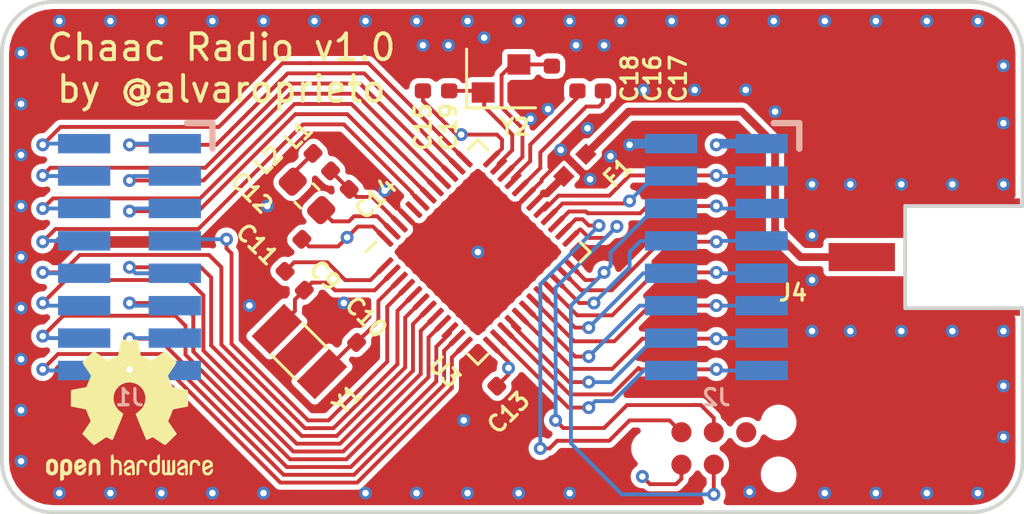
<source format=kicad_pcb>
(kicad_pcb (version 20171130) (host pcbnew 5.1.2-f72e74a~84~ubuntu18.04.1)
  (title_block (title "Chaac Radio") (date 2019-06-02) (rev 1.0) (company @alvaroprieto))
  (layers (0 F.Cu signal) (1 GND.Cu power) (2 Power.Cu mixed) (31 B.Cu signal) (34 B.Paste user) (35 F.Paste user) (36 B.SilkS user) (37 F.SilkS user) (38 B.Mask user) (39 F.Mask user) (44 Edge.Cuts user))
  (net 0 "")
  (net 1 GND)
  (net 2 +3V3)
  (net 3 /nRST)
  (net 4 /SWDIO)
  (net 5 /SWCLK)
  (net 6 "Net-(C9-Pad1)")
  (net 7 "Net-(C18-Pad2)")
  (net 8 "Net-(F1-Pad1)")
  (net 9 "Net-(L1-Pad2)")
  (net 10 "Net-(L2-Pad2)")
  (net 11 "Net-(C10-Pad1)")
  (net 12 "Net-(C11-Pad1)")
  (net 13 "Net-(C14-Pad1)")
  (net 14 "Net-(C16-Pad2)")
  (net 15 "Net-(C17-Pad2)")
  (net 16 "Net-(C19-Pad1)")
  (net 17 "Net-(F1-Pad3)")
  (net 18 "Net-(J3-Pad6)")
  (net 19 "Net-(U3-Pad44)")
  (net 20 /P0.02-AIN0)
  (net 21 /P0.03-AIN1)
  (net 22 /P0.04-AIN2)
  (net 23 /P0.05-AIN3)
  (net 24 /P0.06)
  (net 25 /P0.07)
  (net 26 /P0.08)
  (net 27 /P0.09)
  (net 28 /P0.10)
  (net 29 /P0.11)
  (net 30 /P0.12)
  (net 31 /P0.13)
  (net 32 /P0.14)
  (net 33 /P0.15)
  (net 34 /P0.16)
  (net 35 /P0.17)
  (net 36 /P0.18)
  (net 37 /P0.19)
  (net 38 /P0.20)
  (net 39 /P0.22)
  (net 40 /P0.23)
  (net 41 /P0.24)
  (net 42 /P0.25)
  (net 43 /P0.26)
  (net 44 /P0.27)
  (net 45 /P0.28-AIN4)
  (net 46 /P0.29-AIN5)
  (net 47 /P0.30-AIN6)
  (net 48 /P0.31-AIN7)
  (module Symbol:OSHW-Logo2_7.3x6mm_SilkScreen (layer F.Cu) (at 135 106)
    (fp_text reference REF** hide)
    (fp_text value OSHW-Logo2_7.3x6mm_SilkScreen hide)
  )
  (module alvarop:20021321-00016C4LF (layer B.Cu) (at 135 100 270)
    (fp_text reference J1 (at 5.5 0) (layer B.SilkS) (effects (font (size 0.635 0.635) (thickness 0.127)) (justify mirror)))
    (fp_text value 20021321-00016C4LF hide)
    (pad 16 smd rect (at 4.445 1.776 270) (size 0.76 2.05) (layers B.Cu B.Paste B.Mask) (net 27 /P0.09))
    (pad 15 smd rect (at 4.445 -1.776 270) (size 0.76 2.05) (layers B.Cu B.Paste B.Mask) (net 28 /P0.10))
    (pad 14 smd rect (at 3.175 1.776 270) (size 0.76 2.05) (layers B.Cu B.Paste B.Mask) (net 25 /P0.07))
    (pad 13 smd rect (at 3.175 -1.776 270) (size 0.76 2.05) (layers B.Cu B.Paste B.Mask) (net 26 /P0.08))
    (pad 12 smd rect (at 1.905 1.776 270) (size 0.76 2.05) (layers B.Cu B.Paste B.Mask) (net 23 /P0.05-AIN3))
    (pad 11 smd rect (at 1.905 -1.776 270) (size 0.76 2.05) (layers B.Cu B.Paste B.Mask) (net 24 /P0.06))
    (pad 10 smd rect (at 0.635 1.776 270) (size 0.76 2.05) (layers B.Cu B.Paste B.Mask) (net 21 /P0.03-AIN1))
    (pad 9 smd rect (at 0.635 -1.776 270) (size 0.76 2.05) (layers B.Cu B.Paste B.Mask) (net 22 /P0.04-AIN2))
    (pad 8 smd rect (at -0.635 1.776 270) (size 0.76 2.05) (layers B.Cu B.Paste B.Mask) (net 48 /P0.31-AIN7))
    (pad 7 smd rect (at -0.635 -1.776 270) (size 0.76 2.05) (layers B.Cu B.Paste B.Mask) (net 20 /P0.02-AIN0))
    (pad 6 smd rect (at -1.905 1.776 270) (size 0.76 2.05) (layers B.Cu B.Paste B.Mask) (net 46 /P0.29-AIN5))
    (pad 5 smd rect (at -1.905 -1.776 270) (size 0.76 2.05) (layers B.Cu B.Paste B.Mask) (net 47 /P0.30-AIN6))
    (pad 4 smd rect (at -3.175 1.776 270) (size 0.76 2.05) (layers B.Cu B.Paste B.Mask) (net 44 /P0.27))
    (pad 3 smd rect (at -3.175 -1.776 270) (size 0.76 2.05) (layers B.Cu B.Paste B.Mask) (net 45 /P0.28-AIN4))
    (pad 2 smd rect (at -4.445 1.776 270) (size 0.76 2.05) (layers B.Cu B.Paste B.Mask) (net 42 /P0.25))
    (pad 1 smd rect (at -4.445 -1.776 270) (size 0.76 2.05) (layers B.Cu B.Paste B.Mask) (net 43 /P0.26))
  )
  (module Capacitor_SMD:C_0402_1005Metric (layer F.Cu) (at 147.528579 93.000675 90)
    (fp_text reference C19 (at -1.899325 -0.028579 90) (layer F.SilkS) (effects (font (size 0.635 0.635) (thickness 0.127))))
    (fp_text value 12pF)
    (pad 2 smd roundrect (at 0.485 0 90) (size 0.59 0.64) (layers F.Cu F.Paste F.Mask) (net 1 GND))
    (pad 1 smd roundrect (at -0.485 0 90) (size 0.59 0.64) (layers F.Cu F.Paste F.Mask) (net 16 "Net-(C19-Pad1)"))
  )
  (module Crystal:Crystal_SMD_2016-4Pin_2.0x1.6mm (layer F.Cu) (at 149.560579 93.000675)
    (fp_text reference Y2 (at 0.539421 1.899325) (layer F.SilkS) (effects (font (size 0.635 0.635) (thickness 0.127))))
    (fp_text value 32MHz)
    (pad 1 smd rect (at -0.7 0.55) (size 0.9 0.8) (layers F.Cu F.Paste F.Mask) (net 16 "Net-(C19-Pad1)"))
    (pad 2 smd rect (at 0.7 0.55) (size 0.9 0.8) (layers F.Cu F.Paste F.Mask) (net 1 GND))
    (pad 3 smd rect (at 0.7 -0.55) (size 0.9 0.8) (layers F.Cu F.Paste F.Mask) (net 7 "Net-(C18-Pad2)"))
    (pad 4 smd rect (at -0.7 -0.55) (size 0.9 0.8) (layers F.Cu F.Paste F.Mask) (net 1 GND))
  )
  (module Capacitor_SMD:C_0402_1005Metric (layer F.Cu) (at 151.55377 93.000675 90)
    (fp_text reference C18 (at 0.000675 3.04623 90) (layer F.SilkS) (effects (font (size 0.635 0.635) (thickness 0.127))))
    (fp_text value 12pF)
    (pad 1 smd roundrect (at -0.485 0 90) (size 0.59 0.64) (layers F.Cu F.Paste F.Mask) (net 1 GND))
    (pad 2 smd roundrect (at 0.485 0 90) (size 0.59 0.64) (layers F.Cu F.Paste F.Mask) (net 7 "Net-(C18-Pad2)"))
  )
  (module Capacitor_SMD:C_0402_1005Metric (layer F.Cu) (at 149.05377 105.403397 225)
    (fp_text reference C13 (at -0.070711 -1.06066 45) (layer F.SilkS) (effects (font (size 0.635 0.635) (thickness 0.127))))
    (fp_text value 0.1uF)
    (pad 2 smd roundrect (at 0.485 0 225) (size 0.59 0.64) (layers F.Cu F.Paste F.Mask) (net 1 GND))
    (pad 1 smd roundrect (at -0.485 0 225) (size 0.59 0.64) (layers F.Cu F.Paste F.Mask) (net 2 +3V3))
  )
  (module alvarop:MOLEX-0734150963 (layer F.Cu) (at 162.4 100 180)
    (fp_text reference J4 (at 1.4 -1.4 180) (layer F.SilkS) (effects (font (size 0.635 0.635) (thickness 0.127))))
    (fp_text value RP_SMA)
    (pad 1 smd rect (at -1.3 0 180) (size 2.6 1.1) (layers F.Cu F.Paste F.Mask) (net 17 "Net-(F1-Pad3)"))
    (pad 2 smd rect (at -1.5 -1.525 180) (size 3 1.55) (layers F.Cu F.Paste F.Mask) (net 1 GND))
    (pad 2 smd rect (at -1.5 1.525 180) (size 3 1.55) (layers F.Cu F.Paste F.Mask) (net 1 GND))
    (pad 2 smd rect (at -3.75 -2.1625 180) (size 7.5 0.275) (layers F.Cu F.Paste F.Mask) (net 1 GND))
    (pad 2 smd rect (at -3.75 2.1625 180) (size 7.5 0.275) (layers F.Cu F.Paste F.Mask) (net 1 GND))
  )
  (module alvarop:2450FM07A0029T (layer F.Cu) (at 152.45377 96.403397 45)
    (fp_text reference F1 (at 1 1.4 45) (layer F.SilkS) (effects (font (size 0.635 0.635) (thickness 0.127))))
    (fp_text value 2450FM07A0029T)
    (pad 3 smd rect (at 0.6125 0 45) (size 0.6 0.6) (layers F.Cu F.Paste F.Mask) (net 17 "Net-(F1-Pad3)"))
    (pad 1 smd rect (at -0.6125 0 45) (size 0.6 0.6) (layers F.Cu F.Paste F.Mask) (net 8 "Net-(F1-Pad1)"))
    (pad 2 smd rect (at 0 0.3625 45) (size 0.3 0.725) (layers F.Cu F.Paste F.Mask) (net 1 GND))
    (pad 4 smd rect (at 0 -0.3625 45) (size 0.3 0.725) (layers F.Cu F.Paste F.Mask) (net 1 GND))
  )
  (module Capacitor_SMD:C_0402_1005Metric (layer F.Cu) (at 142.193059 101.640532 315)
    (fp_text reference C9 (at -0.32 -0.966 135) (layer F.SilkS) (effects (font (size 0.635 0.635) (thickness 0.127))))
    (fp_text value 12pF)
    (pad 2 smd roundrect (at 0.485 0 315) (size 0.59 0.64) (layers F.Cu F.Paste F.Mask) (net 1 GND))
    (pad 1 smd roundrect (at -0.485 0 315) (size 0.59 0.64) (layers F.Cu F.Paste F.Mask) (net 6 "Net-(C9-Pad1)"))
  )
  (module Capacitor_SMD:C_0402_1005Metric (layer F.Cu) (at 143.55636 103.003833 135)
    (fp_text reference C10 (at -0.052 0.966 135) (layer F.SilkS) (effects (font (size 0.635 0.635) (thickness 0.127))))
    (fp_text value 12pF)
    (pad 2 smd roundrect (at 0.485 0 135) (size 0.59 0.64) (layers F.Cu F.Paste F.Mask) (net 1 GND))
    (pad 1 smd roundrect (at -0.485 0 135) (size 0.59 0.64) (layers F.Cu F.Paste F.Mask) (net 11 "Net-(C10-Pad1)"))
  )
  (module Capacitor_SMD:C_0402_1005Metric (layer F.Cu) (at 143.953769 97.003397 45)
    (fp_text reference C14 (at 0 0.989949 225) (layer F.SilkS) (effects (font (size 0.635 0.635) (thickness 0.127))))
    (fp_text value 1uF)
    (pad 1 smd roundrect (at -0.485 0 45) (size 0.59 0.64) (layers F.Cu F.Paste F.Mask) (net 13 "Net-(C14-Pad1)"))
    (pad 2 smd roundrect (at 0.485 0 45) (size 0.59 0.64) (layers F.Cu F.Paste F.Mask) (net 1 GND))
  )
  (module Capacitor_SMD:C_0402_1005Metric (layer F.Cu) (at 152.553769 93.003397 270)
    (fp_text reference C16 (at -0.003397 -2.946231 90) (layer F.SilkS) (effects (font (size 0.635 0.635) (thickness 0.127))))
    (fp_text value 100pF)
    (pad 2 smd roundrect (at 0.485 0 270) (size 0.59 0.64) (layers F.Cu F.Paste F.Mask) (net 14 "Net-(C16-Pad2)"))
    (pad 1 smd roundrect (at -0.485 0 270) (size 0.59 0.64) (layers F.Cu F.Paste F.Mask) (net 1 GND))
  )
  (module Capacitor_SMD:C_0402_1005Metric (layer F.Cu) (at 146.5 93 90)
    (fp_text reference C15 (at -1.9 0 90) (layer F.SilkS) (effects (font (size 0.635 0.635) (thickness 0.127))))
    (fp_text value 0.1uF)
    (pad 2 smd roundrect (at 0.485 0 90) (size 0.59 0.64) (layers F.Cu F.Paste F.Mask) (net 1 GND))
    (pad 1 smd roundrect (at -0.485 0 90) (size 0.59 0.64) (layers F.Cu F.Paste F.Mask) (net 2 +3V3))
  )
  (module Capacitor_SMD:C_0402_1005Metric (layer F.Cu) (at 140.75377 100.903397 225)
    (fp_text reference C11 (at -0.459356 1.525347 135) (layer F.SilkS) (effects (font (size 0.635 0.635) (thickness 0.127))))
    (fp_text value 0.1uF)
    (pad 2 smd roundrect (at 0.485 0 225) (size 0.59 0.64) (layers F.Cu F.Paste F.Mask) (net 1 GND))
    (pad 1 smd roundrect (at -0.485 0 225) (size 0.59 0.64) (layers F.Cu F.Paste F.Mask) (net 12 "Net-(C11-Pad1)"))
  )
  (module Inductor_SMD:L_0402_1005Metric (layer F.Cu) (at 142.537048 96.279097 135)
    (fp_text reference L1 (at 1.4 0.1 45) (layer F.SilkS) (effects (font (size 0.635 0.635) (thickness 0.127))))
    (fp_text value 15nH)
    (pad 1 smd roundrect (at -0.485 0 135) (size 0.59 0.64) (layers F.Cu F.Paste F.Mask) (net 13 "Net-(C14-Pad1)"))
    (pad 2 smd roundrect (at 0.485 0 135) (size 0.59 0.64) (layers F.Cu F.Paste F.Mask) (net 9 "Net-(L1-Pad2)"))
  )
  (module Inductor_SMD:L_0603_1608Metric (layer F.Cu) (at 141.95377 97.603397 315)
    (fp_text reference L2 (at -2.05061 0.070711 45) (layer F.SilkS) (effects (font (size 0.635 0.635) (thickness 0.127))))
    (fp_text value 10uH)
    (pad 1 smd roundrect (at -0.7875 0 315) (size 0.875 0.95) (layers F.Cu F.Paste F.Mask) (net 9 "Net-(L1-Pad2)"))
    (pad 2 smd roundrect (at 0.7875 0 315) (size 0.875 0.95) (layers F.Cu F.Paste F.Mask) (net 10 "Net-(L2-Pad2)"))
  )
  (module Crystal:Crystal_SMD_3215-2Pin_3.2x1.5mm (layer F.Cu) (at 141.659901 103.701041 135)
    (fp_text reference Y1 (at -2.667 0 225) (layer F.SilkS) (effects (font (size 0.635 0.635) (thickness 0.127))))
    (fp_text value 32.768kHz)
    (pad 1 smd rect (at 1.25 0 135) (size 1 1.8) (layers F.Cu F.Paste F.Mask) (net 6 "Net-(C9-Pad1)"))
    (pad 2 smd rect (at -1.25 0 135) (size 1 1.8) (layers F.Cu F.Paste F.Mask) (net 11 "Net-(C10-Pad1)"))
  )
  (module Capacitor_SMD:C_0402_1005Metric (layer F.Cu) (at 153.55377 93.003397 270)
    (fp_text reference C17 (at -0.003397 -2.94623 90) (layer F.SilkS) (effects (font (size 0.635 0.635) (thickness 0.127))))
    (fp_text value DNP)
    (pad 1 smd roundrect (at -0.485 0 270) (size 0.59 0.64) (layers F.Cu F.Paste F.Mask) (net 1 GND))
    (pad 2 smd roundrect (at 0.485 0 270) (size 0.59 0.64) (layers F.Cu F.Paste F.Mask) (net 15 "Net-(C17-Pad2)"))
  )
  (module Package_DFN_QFN:QFN-48-1EP_6x6mm_P0.4mm_EP4.6x4.6mm (layer F.Cu) (at 148.653769 99.803397 45)
    (fp_text reference U3 (at -4.242641 2.404163 135) (layer F.SilkS) (effects (font (size 0.635 0.635) (thickness 0.127))))
    (fp_text value NRF52811-QFAA)
    (pad 49 smd roundrect (at 0 0 45) (size 4.6 4.6) (layers F.Cu F.Mask) (roundrect_rratio 0.054348) (net 1 GND))
    (pad 1 smd roundrect (at -2.95 -2.2 45) (size 0.8 0.2) (layers F.Cu F.Paste F.Mask) (net 12 "Net-(C11-Pad1)"))
    (pad 2 smd roundrect (at -2.95 -1.8 45) (size 0.8 0.2) (layers F.Cu F.Paste F.Mask) (net 6 "Net-(C9-Pad1)"))
    (pad 3 smd roundrect (at -2.95 -1.4 45) (size 0.8 0.2) (layers F.Cu F.Paste F.Mask) (net 11 "Net-(C10-Pad1)"))
    (pad 4 smd roundrect (at -2.95 -1 45) (size 0.8 0.2) (layers F.Cu F.Paste F.Mask) (net 20 /P0.02-AIN0))
    (pad 5 smd roundrect (at -2.95 -0.6 45) (size 0.8 0.2) (layers F.Cu F.Paste F.Mask) (net 21 /P0.03-AIN1))
    (pad 6 smd roundrect (at -2.95 -0.2 45) (size 0.8 0.2) (layers F.Cu F.Paste F.Mask) (net 22 /P0.04-AIN2))
    (pad 7 smd roundrect (at -2.95 0.2 45) (size 0.8 0.2) (layers F.Cu F.Paste F.Mask) (net 23 /P0.05-AIN3))
    (pad 8 smd roundrect (at -2.95 0.6 45) (size 0.8 0.2) (layers F.Cu F.Paste F.Mask) (net 24 /P0.06))
    (pad 9 smd roundrect (at -2.95 1 45) (size 0.8 0.2) (layers F.Cu F.Paste F.Mask) (net 25 /P0.07))
    (pad 10 smd roundrect (at -2.95 1.4 45) (size 0.8 0.2) (layers F.Cu F.Paste F.Mask) (net 26 /P0.08))
    (pad 11 smd roundrect (at -2.95 1.8 45) (size 0.8 0.2) (layers F.Cu F.Paste F.Mask) (net 27 /P0.09))
    (pad 12 smd roundrect (at -2.95 2.2 45) (size 0.8 0.2) (layers F.Cu F.Paste F.Mask) (net 28 /P0.10))
    (pad 13 smd roundrect (at -2.2 2.95 45) (size 0.2 0.8) (layers F.Cu F.Paste F.Mask) (net 2 +3V3))
    (pad 14 smd roundrect (at -1.8 2.95 45) (size 0.2 0.8) (layers F.Cu F.Paste F.Mask) (net 29 /P0.11))
    (pad 15 smd roundrect (at -1.4 2.95 45) (size 0.2 0.8) (layers F.Cu F.Paste F.Mask) (net 30 /P0.12))
    (pad 16 smd roundrect (at -1 2.95 45) (size 0.2 0.8) (layers F.Cu F.Paste F.Mask) (net 31 /P0.13))
    (pad 17 smd roundrect (at -0.6 2.95 45) (size 0.2 0.8) (layers F.Cu F.Paste F.Mask) (net 32 /P0.14))
    (pad 18 smd roundrect (at -0.2 2.95 45) (size 0.2 0.8) (layers F.Cu F.Paste F.Mask) (net 33 /P0.15))
    (pad 19 smd roundrect (at 0.2 2.95 45) (size 0.2 0.8) (layers F.Cu F.Paste F.Mask) (net 34 /P0.16))
    (pad 20 smd roundrect (at 0.6 2.95 45) (size 0.2 0.8) (layers F.Cu F.Paste F.Mask) (net 35 /P0.17))
    (pad 21 smd roundrect (at 1 2.95 45) (size 0.2 0.8) (layers F.Cu F.Paste F.Mask) (net 36 /P0.18))
    (pad 22 smd roundrect (at 1.4 2.95 45) (size 0.2 0.8) (layers F.Cu F.Paste F.Mask) (net 37 /P0.19))
    (pad 23 smd roundrect (at 1.8 2.95 45) (size 0.2 0.8) (layers F.Cu F.Paste F.Mask) (net 38 /P0.20))
    (pad 24 smd roundrect (at 2.2 2.95 45) (size 0.2 0.8) (layers F.Cu F.Paste F.Mask) (net 3 /nRST))
    (pad 25 smd roundrect (at 2.95 2.2 45) (size 0.8 0.2) (layers F.Cu F.Paste F.Mask) (net 5 /SWCLK))
    (pad 26 smd roundrect (at 2.95 1.8 45) (size 0.8 0.2) (layers F.Cu F.Paste F.Mask) (net 4 /SWDIO))
    (pad 27 smd roundrect (at 2.95 1.4 45) (size 0.8 0.2) (layers F.Cu F.Paste F.Mask) (net 39 /P0.22))
    (pad 28 smd roundrect (at 2.95 1 45) (size 0.8 0.2) (layers F.Cu F.Paste F.Mask) (net 40 /P0.23))
    (pad 29 smd roundrect (at 2.95 0.6 45) (size 0.8 0.2) (layers F.Cu F.Paste F.Mask) (net 41 /P0.24))
    (pad 30 smd roundrect (at 2.95 0.2 45) (size 0.8 0.2) (layers F.Cu F.Paste F.Mask) (net 8 "Net-(F1-Pad1)"))
    (pad 31 smd roundrect (at 2.95 -0.2 45) (size 0.8 0.2) (layers F.Cu F.Paste F.Mask) (net 1 GND))
    (pad 32 smd roundrect (at 2.95 -0.6 45) (size 0.8 0.2) (layers F.Cu F.Paste F.Mask) (net 15 "Net-(C17-Pad2)"))
    (pad 33 smd roundrect (at 2.95 -1 45) (size 0.8 0.2) (layers F.Cu F.Paste F.Mask) (net 14 "Net-(C16-Pad2)"))
    (pad 34 smd roundrect (at 2.95 -1.4 45) (size 0.8 0.2) (layers F.Cu F.Paste F.Mask) (net 7 "Net-(C18-Pad2)"))
    (pad 35 smd roundrect (at 2.95 -1.8 45) (size 0.8 0.2) (layers F.Cu F.Paste F.Mask) (net 16 "Net-(C19-Pad1)"))
    (pad 36 smd roundrect (at 2.95 -2.2 45) (size 0.8 0.2) (layers F.Cu F.Paste F.Mask) (net 2 +3V3))
    (pad 37 smd roundrect (at 2.2 -2.95 45) (size 0.2 0.8) (layers F.Cu F.Paste F.Mask) (net 42 /P0.25))
    (pad 38 smd roundrect (at 1.8 -2.95 45) (size 0.2 0.8) (layers F.Cu F.Paste F.Mask) (net 43 /P0.26))
    (pad 39 smd roundrect (at 1.4 -2.95 45) (size 0.2 0.8) (layers F.Cu F.Paste F.Mask) (net 44 /P0.27))
    (pad 40 smd roundrect (at 1 -2.95 45) (size 0.2 0.8) (layers F.Cu F.Paste F.Mask) (net 45 /P0.28-AIN4))
    (pad 41 smd roundrect (at 0.6 -2.95 45) (size 0.2 0.8) (layers F.Cu F.Paste F.Mask) (net 46 /P0.29-AIN5))
    (pad 42 smd roundrect (at 0.2 -2.95 45) (size 0.2 0.8) (layers F.Cu F.Paste F.Mask) (net 47 /P0.30-AIN6))
    (pad 43 smd roundrect (at -0.2 -2.95 45) (size 0.2 0.8) (layers F.Cu F.Paste F.Mask) (net 48 /P0.31-AIN7))
    (pad 44 smd roundrect (at -0.6 -2.95 45) (size 0.2 0.8) (layers F.Cu F.Paste F.Mask) (net 19 "Net-(U3-Pad44)"))
    (pad 45 smd roundrect (at -1 -2.95 45) (size 0.2 0.8) (layers F.Cu F.Paste F.Mask) (net 1 GND))
    (pad 46 smd roundrect (at -1.4 -2.95 45) (size 0.2 0.8) (layers F.Cu F.Paste F.Mask) (net 13 "Net-(C14-Pad1)"))
    (pad 47 smd roundrect (at -1.8 -2.95 45) (size 0.2 0.8) (layers F.Cu F.Paste F.Mask) (net 10 "Net-(L2-Pad2)"))
    (pad 48 smd roundrect (at -2.2 -2.95 45) (size 0.2 0.8) (layers F.Cu F.Paste F.Mask) (net 2 +3V3))
  )
  (module alvarop:TC2030-NL (layer F.Cu) (at 157.9 107.5)
    (fp_text reference J3 hide)
    (fp_text value TC2030-CTX hide)
    (pad 1 smd circle (at -1.27 0.635) (size 0.7874 0.7874) (layers F.Cu F.Mask) (net 2 +3V3))
    (pad 2 smd circle (at -1.27 -0.635) (size 0.7874 0.7874) (layers F.Cu F.Mask) (net 4 /SWDIO))
    (pad 3 smd circle (at 0 0.635) (size 0.7874 0.7874) (layers F.Cu F.Mask) (net 3 /nRST))
    (pad 4 smd circle (at 0 -0.635) (size 0.7874 0.7874) (layers F.Cu F.Mask) (net 5 /SWCLK))
    (pad 5 smd circle (at 1.27 0.635) (size 0.7874 0.7874) (layers F.Cu F.Mask) (net 1 GND))
    (pad 6 smd circle (at 1.27 -0.635) (size 0.7874 0.7874) (layers F.Cu F.Mask) (net 18 "Net-(J3-Pad6)"))
    (pad "" np_thru_hole circle (at 2.54 1.016) (size 0.9906 0.9906) (drill 0.9906) (layers *.Cu *.Mask))
    (pad "" np_thru_hole circle (at 2.54 -1.016) (size 0.9906 0.9906) (drill 0.9906) (layers *.Cu *.Mask))
    (pad "" np_thru_hole circle (at -2.54 0) (size 0.9906 0.9906) (drill 0.9906) (layers *.Cu *.Mask))
  )
  (module alvarop:20021321-00016C4LF (layer B.Cu) (at 158 100 270)
    (fp_text reference J2 (at 5.5 0) (layer B.SilkS) (effects (font (size 0.635 0.635) (thickness 0.127)) (justify mirror)))
    (fp_text value 20021321-00016C4LF hide)
    (pad 1 smd rect (at -4.445 -1.776 270) (size 0.76 2.05) (layers B.Cu B.Paste B.Mask) (net 2 +3V3))
    (pad 2 smd rect (at -4.445 1.776 270) (size 0.76 2.05) (layers B.Cu B.Paste B.Mask) (net 1 GND))
    (pad 3 smd rect (at -3.175 -1.776 270) (size 0.76 2.05) (layers B.Cu B.Paste B.Mask) (net 41 /P0.24))
    (pad 4 smd rect (at -3.175 1.776 270) (size 0.76 2.05) (layers B.Cu B.Paste B.Mask) (net 40 /P0.23))
    (pad 5 smd rect (at -1.905 -1.776 270) (size 0.76 2.05) (layers B.Cu B.Paste B.Mask) (net 39 /P0.22))
    (pad 6 smd rect (at -1.905 1.776 270) (size 0.76 2.05) (layers B.Cu B.Paste B.Mask) (net 3 /nRST))
    (pad 7 smd rect (at -0.635 -1.776 270) (size 0.76 2.05) (layers B.Cu B.Paste B.Mask) (net 38 /P0.20))
    (pad 8 smd rect (at -0.635 1.776 270) (size 0.76 2.05) (layers B.Cu B.Paste B.Mask) (net 37 /P0.19))
    (pad 9 smd rect (at 0.635 -1.776 270) (size 0.76 2.05) (layers B.Cu B.Paste B.Mask) (net 36 /P0.18))
    (pad 10 smd rect (at 0.635 1.776 270) (size 0.76 2.05) (layers B.Cu B.Paste B.Mask) (net 35 /P0.17))
    (pad 11 smd rect (at 1.905 -1.776 270) (size 0.76 2.05) (layers B.Cu B.Paste B.Mask) (net 34 /P0.16))
    (pad 12 smd rect (at 1.905 1.776 270) (size 0.76 2.05) (layers B.Cu B.Paste B.Mask) (net 33 /P0.15))
    (pad 13 smd rect (at 3.175 -1.776 270) (size 0.76 2.05) (layers B.Cu B.Paste B.Mask) (net 32 /P0.14))
    (pad 14 smd rect (at 3.175 1.776 270) (size 0.76 2.05) (layers B.Cu B.Paste B.Mask) (net 31 /P0.13))
    (pad 15 smd rect (at 4.445 -1.776 270) (size 0.76 2.05) (layers B.Cu B.Paste B.Mask) (net 30 /P0.12))
    (pad 16 smd rect (at 4.445 1.776 270) (size 0.76 2.05) (layers B.Cu B.Paste B.Mask) (net 29 /P0.11))
  )
  (module Capacitor_SMD:C_0402_1005Metric (layer F.Cu) (at 141.410823 98.96045 135)
    (fp_text reference C12 (at 2.2 -0.1 135) (layer F.SilkS) (effects (font (size 0.635 0.635) (thickness 0.127))))
    (fp_text value 4.7uF)
    (pad 1 smd roundrect (at -0.485 0 135) (size 0.59 0.64) (layers F.Cu F.Paste F.Mask) (net 2 +3V3))
    (pad 2 smd roundrect (at 0.485 0 135) (size 0.59 0.64) (layers F.Cu F.Paste F.Mask) (net 1 GND))
  )
  (gr_line (start 170 98) (end 170 92) (layer Edge.Cuts) (width 0.15))
  (gr_line (start 132 110) (end 168 110) (layer Edge.Cuts) (width 0.15))
  (gr_line (start 130 108) (end 130 92) (layer Edge.Cuts) (width 0.15))
  (gr_arc (start 168 108) (end 168 110) (angle -90) (layer Edge.Cuts) (width 0.15))
  (gr_arc (start 168 92) (end 170 92) (angle -90) (layer Edge.Cuts) (width 0.15))
  (gr_line (start 165.4 102) (end 170 102) (layer Edge.Cuts) (width 0.15))
  (gr_line (start 165.4 98) (end 165.4 102) (layer Edge.Cuts) (width 0.15))
  (gr_line (start 170 98) (end 165.4 98) (layer Edge.Cuts) (width 0.15))
  (gr_text "Chaac Radio v1.0\nby @alvaroprieto" (at 138.6 92.6) (layer F.SilkS) (effects (font (size 1.016 1.016) (thickness 0.1524))))
  (gr_arc (start 132 108) (end 130 108) (angle -90) (layer Edge.Cuts) (width 0.15))
  (gr_arc (start 132 92) (end 132 90) (angle -90) (layer Edge.Cuts) (width 0.15))
  (gr_line (start 132 90) (end 168 90) (layer Edge.Cuts) (width 0.15))
  (gr_line (start 170 108) (end 170 102) (layer Edge.Cuts) (width 0.15))
  (segment (start 151.962528 96.147071) (end 152.197444 96.147071) (width 0.1524) (layer F.Cu) (net 1))
  (segment (start 151.15377 97.020555) (end 151.15377 96.955829) (width 0.1524) (layer F.Cu) (net 1))
  (segment (start 150.598314 97.576011) (end 151.15377 97.020555) (width 0.1524) (layer F.Cu) (net 1))
  (segment (start 151.15377 96.955829) (end 151.962528 96.147071) (width 0.1524) (layer F.Cu) (net 1))
  (via (at 145 97.4) (size 0.508) (drill 0.254) (layers F.Cu B.Cu) (net 1))
  (segment (start 145.860697 98.424539) (end 145 97.563842) (width 0.1524) (layer F.Cu) (net 1))
  (segment (start 145 97.563842) (end 145 97.4) (width 0.1524) (layer F.Cu) (net 1))
  (segment (start 145 97.363734) (end 144.296716 96.66045) (width 0.1524) (layer F.Cu) (net 1))
  (segment (start 145 97.4) (end 145 97.363734) (width 0.1524) (layer F.Cu) (net 1))
  (via (at 154.6 95.6) (size 0.508) (drill 0.254) (layers F.Cu B.Cu) (net 1))
  (segment (start 156.224 95.555) (end 154.645 95.555) (width 0.381) (layer B.Cu) (net 1))
  (segment (start 154.645 95.555) (end 154.6 95.6) (width 0.381) (layer B.Cu) (net 1))
  (segment (start 159.17 108.135) (end 159.17 109.07) (width 0.1524) (layer F.Cu) (net 1))
  (via (at 159.3 109.2) (size 0.508) (drill 0.254) (layers F.Cu B.Cu) (net 1))
  (segment (start 159.17 109.07) (end 159.3 109.2) (width 0.1524) (layer F.Cu) (net 1))
  (via (at 139.7 101.9) (size 0.508) (drill 0.254) (layers F.Cu B.Cu) (net 1))
  (segment (start 140.410823 101.246344) (end 140.353656 101.246344) (width 0.1524) (layer F.Cu) (net 1))
  (segment (start 140.353656 101.246344) (end 139.7 101.9) (width 0.1524) (layer F.Cu) (net 1))
  (via (at 140.4 98) (size 0.508) (drill 0.254) (layers F.Cu B.Cu) (net 1))
  (segment (start 141.067876 98.617503) (end 141.017503 98.617503) (width 0.1524) (layer F.Cu) (net 1))
  (segment (start 141.017503 98.617503) (end 140.4 98) (width 0.1524) (layer F.Cu) (net 1))
  (via (at 143.4 101.8) (size 0.508) (drill 0.254) (layers F.Cu B.Cu) (net 1))
  (segment (start 142.876264 102.323736) (end 143.4 101.8) (width 0.1524) (layer F.Cu) (net 1))
  (segment (start 142.876264 102.323736) (end 143.213413 102.660886) (width 0.1524) (layer F.Cu) (net 1))
  (segment (start 142.536006 101.983479) (end 142.876264 102.323736) (width 0.1524) (layer F.Cu) (net 1))
  (via (at 148.1 106.4) (size 0.508) (drill 0.254) (layers F.Cu B.Cu) (net 1))
  (segment (start 148.710823 105.746344) (end 148.710823 105.789177) (width 0.1524) (layer F.Cu) (net 1))
  (segment (start 148.710823 105.789177) (end 148.1 106.4) (width 0.1524) (layer F.Cu) (net 1))
  (via (at 147.5 91.7) (size 0.508) (drill 0.254) (layers F.Cu B.Cu) (net 1))
  (segment (start 147.528579 92.515675) (end 147.528579 91.728579) (width 0.1524) (layer F.Cu) (net 1))
  (segment (start 147.528579 91.728579) (end 147.5 91.7) (width 0.1524) (layer F.Cu) (net 1))
  (via (at 148.9 91.4) (size 0.508) (drill 0.254) (layers F.Cu B.Cu) (net 1))
  (segment (start 148.860579 92.450675) (end 148.860579 91.439421) (width 0.1524) (layer F.Cu) (net 1))
  (segment (start 148.860579 91.439421) (end 148.9 91.4) (width 0.1524) (layer F.Cu) (net 1))
  (via (at 150.715077 94.582577) (size 0.508) (drill 0.254) (layers F.Cu B.Cu) (net 1))
  (segment (start 150.260579 93.550675) (end 150.260579 94.128079) (width 0.1524) (layer F.Cu) (net 1))
  (segment (start 150.260579 94.128079) (end 150.715077 94.582577) (width 0.1524) (layer F.Cu) (net 1))
  (via (at 151.4 94.2) (size 0.508) (drill 0.254) (layers F.Cu B.Cu) (net 1))
  (segment (start 151.55377 93.485675) (end 151.55377 94.04623) (width 0.1524) (layer F.Cu) (net 1))
  (segment (start 151.55377 94.04623) (end 151.4 94.2) (width 0.1524) (layer F.Cu) (net 1))
  (via (at 152.5 91.7) (size 0.508) (drill 0.254) (layers F.Cu B.Cu) (net 1))
  (segment (start 152.553769 92.518397) (end 152.553769 91.753769) (width 0.1524) (layer F.Cu) (net 1))
  (segment (start 152.553769 91.753769) (end 152.5 91.7) (width 0.1524) (layer F.Cu) (net 1))
  (segment (start 153.55377 92.518397) (end 153.55377 91.74623) (width 0.1524) (layer F.Cu) (net 1))
  (via (at 153.6 91.7) (size 0.508) (drill 0.254) (layers F.Cu B.Cu) (net 1))
  (segment (start 153.55377 91.74623) (end 153.6 91.7) (width 0.1524) (layer F.Cu) (net 1))
  (via (at 148.653769 99.803397) (size 0.508) (drill 0.254) (layers F.Cu B.Cu) (net 1))
  (via (at 146.5 91.7) (size 0.508) (drill 0.254) (layers F.Cu B.Cu) (net 1))
  (segment (start 146.5 92.515) (end 146.5 91.7) (width 0.1524) (layer F.Cu) (net 1))
  (via (at 151.9 95.8) (size 0.508) (drill 0.254) (layers F.Cu B.Cu) (net 1))
  (via (at 153.05 96.95) (size 0.508) (drill 0.254) (layers F.Cu B.Cu) (net 1))
  (via (at 152.95 94.95) (size 0.508) (drill 0.254) (layers F.Cu B.Cu) (net 1))
  (via (at 153.85 96.05) (size 0.508) (drill 0.254) (layers F.Cu B.Cu) (net 1))
  (via (at 169.25 94.75) (size 0.508) (drill 0.254) (layers F.Cu B.Cu) (net 1))
  (via (at 169.25 92.5) (size 0.508) (drill 0.254) (layers F.Cu B.Cu) (net 1))
  (via (at 168.25 90.75) (size 0.508) (drill 0.254) (layers F.Cu B.Cu) (net 1))
  (via (at 166.25 90.75) (size 0.508) (drill 0.254) (layers F.Cu B.Cu) (net 1))
  (via (at 164.25 90.75) (size 0.508) (drill 0.254) (layers F.Cu B.Cu) (net 1))
  (via (at 162.25 90.75) (size 0.508) (drill 0.254) (layers F.Cu B.Cu) (net 1))
  (via (at 156.25 90.75) (size 0.508) (drill 0.254) (layers F.Cu B.Cu) (net 1))
  (via (at 160.25 90.75) (size 0.508) (drill 0.254) (layers F.Cu B.Cu) (net 1))
  (via (at 158.25 90.75) (size 0.508) (drill 0.254) (layers F.Cu B.Cu) (net 1))
  (via (at 144.25 90.75) (size 0.508) (drill 0.254) (layers F.Cu B.Cu) (net 1))
  (via (at 142.25 90.75) (size 0.508) (drill 0.254) (layers F.Cu B.Cu) (net 1))
  (via (at 148.25 90.75) (size 0.508) (drill 0.254) (layers F.Cu B.Cu) (net 1))
  (via (at 146.25 90.75) (size 0.508) (drill 0.254) (layers F.Cu B.Cu) (net 1))
  (via (at 150.25 90.75) (size 0.508) (drill 0.254) (layers F.Cu B.Cu) (net 1))
  (via (at 154.25 90.75) (size 0.508) (drill 0.254) (layers F.Cu B.Cu) (net 1))
  (via (at 152.25 90.75) (size 0.508) (drill 0.254) (layers F.Cu B.Cu) (net 1))
  (via (at 132.25 90.75) (size 0.508) (drill 0.254) (layers F.Cu B.Cu) (net 1))
  (via (at 138.25 90.75) (size 0.508) (drill 0.254) (layers F.Cu B.Cu) (net 1))
  (via (at 136.25 90.75) (size 0.508) (drill 0.254) (layers F.Cu B.Cu) (net 1))
  (via (at 140.25 90.75) (size 0.508) (drill 0.254) (layers F.Cu B.Cu) (net 1))
  (via (at 134.25 90.75) (size 0.508) (drill 0.254) (layers F.Cu B.Cu) (net 1))
  (via (at 144.25 109.25) (size 0.508) (drill 0.254) (layers F.Cu B.Cu) (net 1))
  (via (at 140.25 109.25) (size 0.508) (drill 0.254) (layers F.Cu B.Cu) (net 1))
  (via (at 166.25 109.25) (size 0.508) (drill 0.254) (layers F.Cu B.Cu) (net 1))
  (via (at 146.25 109.25) (size 0.508) (drill 0.254) (layers F.Cu B.Cu) (net 1))
  (via (at 150.25 109.25) (size 0.508) (drill 0.254) (layers F.Cu B.Cu) (net 1))
  (via (at 136.25 109.25) (size 0.508) (drill 0.254) (layers F.Cu B.Cu) (net 1))
  (via (at 162.25 109.25) (size 0.508) (drill 0.254) (layers F.Cu B.Cu) (net 1))
  (via (at 152.25 109.25) (size 0.508) (drill 0.254) (layers F.Cu B.Cu) (net 1))
  (via (at 134.25 109.25) (size 0.508) (drill 0.254) (layers F.Cu B.Cu) (net 1))
  (via (at 164.25 109.25) (size 0.508) (drill 0.254) (layers F.Cu B.Cu) (net 1))
  (via (at 138.25 109.25) (size 0.508) (drill 0.254) (layers F.Cu B.Cu) (net 1))
  (via (at 168.25 109.25) (size 0.508) (drill 0.254) (layers F.Cu B.Cu) (net 1))
  (via (at 132.25 109.25) (size 0.508) (drill 0.254) (layers F.Cu B.Cu) (net 1))
  (via (at 148.25 109.25) (size 0.508) (drill 0.254) (layers F.Cu B.Cu) (net 1))
  (via (at 169.25 105.05) (size 0.508) (drill 0.254) (layers F.Cu B.Cu) (net 1))
  (via (at 169.25 107.05) (size 0.508) (drill 0.254) (layers F.Cu B.Cu) (net 1))
  (via (at 169.25 102.9) (size 0.508) (drill 0.254) (layers F.Cu B.Cu) (net 1))
  (via (at 130.75 92) (size 0.508) (drill 0.254) (layers F.Cu B.Cu) (net 1))
  (via (at 130.75 108) (size 0.508) (drill 0.254) (layers F.Cu B.Cu) (net 1))
  (via (at 130.75 102) (size 0.508) (drill 0.254) (layers F.Cu B.Cu) (net 1))
  (via (at 130.75 106) (size 0.508) (drill 0.254) (layers F.Cu B.Cu) (net 1))
  (via (at 130.75 104) (size 0.508) (drill 0.254) (layers F.Cu B.Cu) (net 1))
  (via (at 130.75 98) (size 0.508) (drill 0.254) (layers F.Cu B.Cu) (net 1))
  (via (at 130.75 94) (size 0.508) (drill 0.254) (layers F.Cu B.Cu) (net 1))
  (via (at 130.75 100) (size 0.508) (drill 0.254) (layers F.Cu B.Cu) (net 1))
  (via (at 130.75 96) (size 0.508) (drill 0.254) (layers F.Cu B.Cu) (net 1))
  (via (at 165.25 97.15) (size 0.508) (drill 0.254) (layers F.Cu B.Cu) (net 1))
  (via (at 163.25 97.15) (size 0.508) (drill 0.254) (layers F.Cu B.Cu) (net 1))
  (via (at 167.25 97.15) (size 0.508) (drill 0.254) (layers F.Cu B.Cu) (net 1))
  (via (at 169.25 97.15) (size 0.508) (drill 0.254) (layers F.Cu B.Cu) (net 1))
  (via (at 167.25 102.9) (size 0.508) (drill 0.254) (layers F.Cu B.Cu) (net 1))
  (via (at 163.25 102.9) (size 0.508) (drill 0.254) (layers F.Cu B.Cu) (net 1))
  (via (at 165.25 102.9) (size 0.508) (drill 0.254) (layers F.Cu B.Cu) (net 1))
  (via (at 161.75 102.9) (size 0.508) (drill 0.254) (layers F.Cu B.Cu) (net 1))
  (via (at 161.75 100.9) (size 0.508) (drill 0.254) (layers F.Cu B.Cu) (net 1))
  (via (at 161.75 99.15) (size 0.508) (drill 0.254) (layers F.Cu B.Cu) (net 1))
  (via (at 161.75 97.15) (size 0.508) (drill 0.254) (layers F.Cu B.Cu) (net 1))
  (via (at 155.15 93.45) (size 0.508) (drill 0.254) (layers F.Cu B.Cu) (net 1))
  (via (at 159.15 93.45) (size 0.508) (drill 0.254) (layers F.Cu B.Cu) (net 1))
  (via (at 157.15 93.45) (size 0.508) (drill 0.254) (layers F.Cu B.Cu) (net 1))
  (via (at 160.3 94.3) (size 0.508) (drill 0.254) (layers F.Cu B.Cu) (net 1))
  (segment (start 149.1841 103.444997) (end 149.85377 104.114667) (width 0.1524) (layer F.Cu) (net 2))
  (segment (start 149.85377 104.603397) (end 149.396717 105.06045) (width 0.1524) (layer F.Cu) (net 2))
  (segment (start 144.5425 98.803397) (end 145.01217 99.273067) (width 0.1524) (layer F.Cu) (net 2))
  (segment (start 143.95377 98.803397) (end 144.5425 98.803397) (width 0.1524) (layer F.Cu) (net 2))
  (segment (start 141.75377 99.303397) (end 142.033076 99.582702) (width 0.1524) (layer F.Cu) (net 2))
  (segment (start 142.033076 99.582702) (end 143.174464 99.582703) (width 0.1524) (layer F.Cu) (net 2))
  (via (at 158 95.6) (size 0.508) (drill 0.254) (layers F.Cu B.Cu) (net 2))
  (segment (start 159.776 95.555) (end 158.145 95.555) (width 0.381) (layer B.Cu) (net 2))
  (segment (start 158.145 95.555) (end 158.1 95.6) (width 0.381) (layer B.Cu) (net 2))
  (segment (start 156.63 108.691775) (end 156.421775 108.9) (width 0.1524) (layer F.Cu) (net 2))
  (segment (start 156.63 108.135) (end 156.63 108.691775) (width 0.1524) (layer F.Cu) (net 2))
  (via (at 155.1 108.6) (size 0.508) (drill 0.254) (layers F.Cu B.Cu) (net 2))
  (segment (start 156.421775 108.9) (end 155.4 108.9) (width 0.1524) (layer F.Cu) (net 2))
  (segment (start 155.4 108.9) (end 155.1 108.6) (width 0.1524) (layer F.Cu) (net 2))
  (segment (start 146.5 93.88) (end 147.82 95.2) (width 0.1524) (layer F.Cu) (net 2))
  (segment (start 146.5 93.485) (end 146.5 93.88) (width 0.1524) (layer F.Cu) (net 2))
  (segment (start 149.6 95.4) (end 149.6 95.745896) (width 0.1524) (layer F.Cu) (net 2))
  (segment (start 149.6 95.745896) (end 149.184099 96.161797) (width 0.1524) (layer F.Cu) (net 2))
  (segment (start 149.4 95.2) (end 149.6 95.4) (width 0.1524) (layer F.Cu) (net 2))
  (via (at 148 95.2) (size 0.508) (drill 0.254) (layers F.Cu B.Cu) (net 2))
  (segment (start 147.82 95.2) (end 148 95.2) (width 0.1524) (layer F.Cu) (net 2))
  (segment (start 148 95.2) (end 149.4 95.2) (width 0.1524) (layer F.Cu) (net 2))
  (via (at 143.528583 99.228583) (size 0.508) (drill 0.254) (layers F.Cu B.Cu) (net 2))
  (segment (start 143.528583 99.228583) (end 143.95377 98.803397) (width 0.1524) (layer F.Cu) (net 2))
  (segment (start 143.174464 99.582703) (end 143.528583 99.228583) (width 0.1524) (layer F.Cu) (net 2))
  (via (at 149.85377 104.34623) (size 0.508) (drill 0.254) (layers F.Cu B.Cu) (net 2))
  (segment (start 149.85377 104.34623) (end 149.85377 104.603397) (width 0.1524) (layer F.Cu) (net 2))
  (segment (start 149.85377 104.114667) (end 149.85377 104.34623) (width 0.1524) (layer F.Cu) (net 2))
  (segment (start 152.295369 100.333727) (end 152.861642 100.9) (width 0.1524) (layer F.Cu) (net 3))
  (via (at 153.6 100.6) (size 0.508) (drill 0.254) (layers F.Cu B.Cu) (net 3))
  (segment (start 152.861642 100.9) (end 153.3 100.9) (width 0.1524) (layer F.Cu) (net 3))
  (segment (start 153.3 100.9) (end 153.6 100.6) (width 0.1524) (layer F.Cu) (net 3))
  (segment (start 153.853999 100.346001) (end 153.853999 99.820001) (width 0.1524) (layer B.Cu) (net 3))
  (segment (start 155.579 98.095) (end 156.224 98.095) (width 0.1524) (layer B.Cu) (net 3))
  (segment (start 153.853999 99.820001) (end 155.579 98.095) (width 0.1524) (layer B.Cu) (net 3))
  (segment (start 153.6 100.6) (end 153.853999 100.346001) (width 0.1524) (layer B.Cu) (net 3))
  (segment (start 153.6 100.6) (end 152.3 101.9) (width 0.1524) (layer B.Cu) (net 3))
  (segment (start 152.3 101.9) (end 152.3 107.3) (width 0.1524) (layer B.Cu) (net 3))
  (via (at 157.9 109.3) (size 0.508) (drill 0.254) (layers F.Cu B.Cu) (net 3))
  (segment (start 152.3 107.3) (end 154.3 109.3) (width 0.1524) (layer B.Cu) (net 3))
  (segment (start 154.3 109.3) (end 157.9 109.3) (width 0.1524) (layer B.Cu) (net 3))
  (segment (start 157.9 109.3) (end 157.9 108.135) (width 0.1524) (layer F.Cu) (net 3))
  (segment (start 152.012527 98.990224) (end 152.484924 98.517827) (width 0.1524) (layer F.Cu) (net 4))
  (segment (start 152.484924 98.517827) (end 152.75377 98.517827) (width 0.1524) (layer F.Cu) (net 4))
  (via (at 153.4 98.765201) (size 0.508) (drill 0.254) (layers F.Cu B.Cu) (net 4))
  (segment (start 152.75377 98.517827) (end 153.001144 98.765201) (width 0.1524) (layer F.Cu) (net 4))
  (segment (start 153.001144 98.765201) (end 153.4 98.765201) (width 0.1524) (layer F.Cu) (net 4))
  (segment (start 153.4 98.765201) (end 151.4 100.765201) (width 0.1524) (layer B.Cu) (net 4))
  (via (at 151.1 107.5) (size 0.508) (drill 0.254) (layers F.Cu B.Cu) (net 4))
  (segment (start 151.4 100.765201) (end 151.1 101.065201) (width 0.1524) (layer B.Cu) (net 4))
  (segment (start 151.1 101.065201) (end 151.1 107.5) (width 0.1524) (layer B.Cu) (net 4))
  (segment (start 151.45921 107.5) (end 151.75921 107.2) (width 0.1524) (layer F.Cu) (net 4))
  (segment (start 151.1 107.5) (end 151.45921 107.5) (width 0.1524) (layer F.Cu) (net 4))
  (segment (start 151.75921 107.2) (end 153.8 107.2) (width 0.1524) (layer F.Cu) (net 4))
  (segment (start 153.8 107.2) (end 154.6 106.4) (width 0.1524) (layer F.Cu) (net 4))
  (segment (start 156.165 106.4) (end 156.63 106.865) (width 0.1524) (layer F.Cu) (net 4))
  (segment (start 154.6 106.4) (end 156.165 106.4) (width 0.1524) (layer F.Cu) (net 4))
  (via (at 154.1 98.8) (size 0.508) (drill 0.254) (layers F.Cu B.Cu) (net 5))
  (segment (start 153.009444 99.247802) (end 153.652198 99.247802) (width 0.1524) (layer F.Cu) (net 5))
  (segment (start 153.652198 99.247802) (end 154.1 98.8) (width 0.1524) (layer F.Cu) (net 5))
  (segment (start 153.009444 99.247802) (end 152.761642 99) (width 0.1524) (layer F.Cu) (net 5))
  (segment (start 152.648921 98.919515) (end 152.295369 99.273067) (width 0.1524) (layer F.Cu) (net 5))
  (segment (start 152.681157 98.919515) (end 152.648921 98.919515) (width 0.1524) (layer F.Cu) (net 5))
  (segment (start 152.761642 99) (end 152.681157 98.919515) (width 0.1524) (layer F.Cu) (net 5))
  (via (at 151.7 106.4) (size 0.508) (drill 0.254) (layers F.Cu B.Cu) (net 5))
  (segment (start 154.1 98.8) (end 151.7 101.2) (width 0.1524) (layer B.Cu) (net 5))
  (segment (start 151.7 101.2) (end 151.7 106.4) (width 0.1524) (layer B.Cu) (net 5))
  (segment (start 151.7 106.4) (end 152 106.7) (width 0.1524) (layer F.Cu) (net 5))
  (segment (start 152 106.7) (end 153.6 106.7) (width 0.1524) (layer F.Cu) (net 5))
  (segment (start 153.6 106.7) (end 154.5 105.8) (width 0.1524) (layer F.Cu) (net 5))
  (segment (start 157.391775 105.8) (end 157.1 105.8) (width 0.1524) (layer F.Cu) (net 5))
  (segment (start 157.9 106.308225) (end 157.391775 105.8) (width 0.1524) (layer F.Cu) (net 5))
  (segment (start 154.5 105.8) (end 157.1 105.8) (width 0.1524) (layer F.Cu) (net 5))
  (segment (start 157.9 106.865) (end 157.9 106.308225) (width 0.1524) (layer F.Cu) (net 5))
  (segment (start 157.1 105.8) (end 157.2 105.8) (width 0.1524) (layer F.Cu) (net 5))
  (segment (start 141.483123 101.664573) (end 141.850112 101.297585) (width 0.1524) (layer F.Cu) (net 6))
  (segment (start 140.776017 102.817158) (end 141.483123 102.110052) (width 0.1524) (layer F.Cu) (net 6))
  (segment (start 141.483123 102.110052) (end 141.483123 101.664573) (width 0.1524) (layer F.Cu) (net 6))
  (segment (start 142.147096 101.000601) (end 142.750974 101.000601) (width 0.1524) (layer F.Cu) (net 6))
  (segment (start 141.850112 101.297585) (end 142.147096 101.000601) (width 0.1524) (layer F.Cu) (net 6))
  (segment (start 142.750974 101.000601) (end 143.053769 101.303397) (width 0.1524) (layer F.Cu) (net 6))
  (segment (start 144.608186 101.303397) (end 145.295013 100.61657) (width 0.1524) (layer F.Cu) (net 6))
  (segment (start 143.053769 101.303397) (end 144.608186 101.303397) (width 0.1524) (layer F.Cu) (net 6))
  (segment (start 151.48877 92.450675) (end 151.55377 92.515675) (width 0.1524) (layer F.Cu) (net 7))
  (segment (start 150.260579 92.450675) (end 151.48877 92.450675) (width 0.1524) (layer F.Cu) (net 7))
  (segment (start 149.999325 92.450675) (end 150.260579 92.450675) (width 0.1524) (layer F.Cu) (net 7))
  (segment (start 149.581978 92.868022) (end 149.999325 92.450675) (width 0.1524) (layer F.Cu) (net 7))
  (segment (start 149.581978 94.131978) (end 149.581978 92.868022) (width 0.1524) (layer F.Cu) (net 7))
  (segment (start 150.4 94.95) (end 149.581978 94.131978) (width 0.1524) (layer F.Cu) (net 7))
  (segment (start 149.749785 96.727483) (end 150.4 96.077268) (width 0.1524) (layer F.Cu) (net 7))
  (segment (start 150.4 96.077268) (end 150.4 94.95) (width 0.1524) (layer F.Cu) (net 7))
  (segment (start 151.236612 97.503397) (end 151.35377 97.503397) (width 0.3048) (layer F.Cu) (net 8))
  (segment (start 151.35377 97.503397) (end 152.020667 96.8365) (width 0.3048) (layer F.Cu) (net 8))
  (segment (start 150.881156 97.858853) (end 151.236612 97.503397) (width 0.1524) (layer F.Cu) (net 8))
  (segment (start 141.396923 96.733328) (end 142.194101 95.93615) (width 0.1524) (layer F.Cu) (net 9))
  (segment (start 141.396923 97.046549) (end 141.396923 96.733328) (width 0.1524) (layer F.Cu) (net 9))
  (segment (start 145.295012 98.990224) (end 144.704788 98.4) (width 0.1524) (layer F.Cu) (net 10))
  (segment (start 144.704788 98.4) (end 143.8 98.4) (width 0.1524) (layer F.Cu) (net 10))
  (segment (start 143.8 98.4) (end 143.6 98.6) (width 0.1524) (layer F.Cu) (net 10))
  (segment (start 142.950373 98.6) (end 142.510617 98.160244) (width 0.1524) (layer F.Cu) (net 10))
  (segment (start 143.6 98.6) (end 142.950373 98.6) (width 0.1524) (layer F.Cu) (net 10))
  (segment (start 143.781927 103.346781) (end 143.899308 103.346781) (width 0.1524) (layer F.Cu) (net 11))
  (segment (start 142.543784 104.584924) (end 143.781927 103.346781) (width 0.1524) (layer F.Cu) (net 11))
  (segment (start 144.196292 103.049797) (end 144.20737 103.049797) (width 0.1524) (layer F.Cu) (net 11))
  (segment (start 143.899308 103.346781) (end 144.196292 103.049797) (width 0.1524) (layer F.Cu) (net 11))
  (segment (start 144.20737 103.049797) (end 144.753769 102.503397) (width 0.1524) (layer F.Cu) (net 11))
  (segment (start 144.753769 101.723499) (end 145.577856 100.899413) (width 0.1524) (layer F.Cu) (net 11))
  (segment (start 144.753769 102.503397) (end 144.753769 101.723499) (width 0.1524) (layer F.Cu) (net 11))
  (segment (start 141.096716 100.56045) (end 141.45377 100.203396) (width 0.1524) (layer F.Cu) (net 12))
  (segment (start 141.45377 100.203396) (end 142.753769 100.203397) (width 0.1524) (layer F.Cu) (net 12))
  (segment (start 142.753769 100.203397) (end 143.453769 100.903397) (width 0.1524) (layer F.Cu) (net 12))
  (segment (start 144.4425 100.903397) (end 145.01217 100.333727) (width 0.1524) (layer F.Cu) (net 12))
  (segment (start 143.453769 100.903397) (end 144.4425 100.903397) (width 0.1524) (layer F.Cu) (net 12))
  (segment (start 142.886523 96.622044) (end 143.610823 97.346344) (width 0.1524) (layer F.Cu) (net 13))
  (segment (start 142.879995 96.622044) (end 142.886523 96.622044) (width 0.1524) (layer F.Cu) (net 13))
  (segment (start 145.224304 98.353829) (end 145.577856 98.707381) (width 0.1524) (layer F.Cu) (net 13))
  (segment (start 144.513803 97.643328) (end 145.224304 98.353829) (width 0.1524) (layer F.Cu) (net 13))
  (segment (start 143.907807 97.643328) (end 144.513803 97.643328) (width 0.1524) (layer F.Cu) (net 13))
  (segment (start 143.610823 97.346344) (end 143.907807 97.643328) (width 0.1524) (layer F.Cu) (net 13))
  (segment (start 150.70481 95.59519) (end 152.553769 93.746231) (width 0.1524) (layer F.Cu) (net 14))
  (segment (start 152.553769 93.746231) (end 152.553769 93.488397) (width 0.1524) (layer F.Cu) (net 14))
  (segment (start 150.70481 96.237184) (end 150.70481 95.59519) (width 0.1524) (layer F.Cu) (net 14))
  (segment (start 150.032627 97.010325) (end 150.032627 96.909367) (width 0.1524) (layer F.Cu) (net 14))
  (segment (start 150.032627 96.909367) (end 150.70481 96.237184) (width 0.1524) (layer F.Cu) (net 14))
  (segment (start 153.55377 93.94623) (end 153.55377 93.488397) (width 0.1524) (layer F.Cu) (net 15))
  (segment (start 152.9 94.1) (end 153.4 94.1) (width 0.1524) (layer F.Cu) (net 15))
  (segment (start 153.4 94.1) (end 153.55377 93.94623) (width 0.1524) (layer F.Cu) (net 15))
  (segment (start 151.1 95.9) (end 152.9 94.1) (width 0.1524) (layer F.Cu) (net 15))
  (segment (start 150.31547 97.293168) (end 151.1 96.508638) (width 0.1524) (layer F.Cu) (net 15))
  (segment (start 151.1 96.508638) (end 151.1 95.9) (width 0.1524) (layer F.Cu) (net 15))
  (segment (start 148.795579 93.485675) (end 148.860579 93.550675) (width 0.1524) (layer F.Cu) (net 16))
  (segment (start 147.528579 93.485675) (end 148.795579 93.485675) (width 0.1524) (layer F.Cu) (net 16))
  (segment (start 148.9 93.590096) (end 148.860579 93.550675) (width 0.1524) (layer F.Cu) (net 16))
  (segment (start 148.9 94.1) (end 148.9 93.590096) (width 0.1524) (layer F.Cu) (net 16))
  (segment (start 150 95.810622) (end 150 95.2) (width 0.1524) (layer F.Cu) (net 16))
  (segment (start 149.466942 96.44464) (end 149.466942 96.34368) (width 0.1524) (layer F.Cu) (net 16))
  (segment (start 150 95.2) (end 148.9 94.1) (width 0.1524) (layer F.Cu) (net 16))
  (segment (start 149.466942 96.34368) (end 150 95.810622) (width 0.1524) (layer F.Cu) (net 16))
  (segment (start 160.3 95.6) (end 159 94.3) (width 0.3048) (layer F.Cu) (net 17))
  (segment (start 160.3 99) (end 160.3 95.6) (width 0.3048) (layer F.Cu) (net 17))
  (segment (start 154.557167 94.3) (end 152.886873 95.970294) (width 0.3048) (layer F.Cu) (net 17))
  (segment (start 159 94.3) (end 154.557167 94.3) (width 0.3048) (layer F.Cu) (net 17))
  (segment (start 163.7 100) (end 161.3 100) (width 0.3048) (layer F.Cu) (net 17))
  (segment (start 161.3 100) (end 160.3 99) (width 0.3048) (layer F.Cu) (net 17))
  (via (at 138.8 99.3) (size 0.508) (drill 0.254) (layers F.Cu B.Cu) (net 20))
  (segment (start 136.841 99.3) (end 136.776 99.365) (width 0.1524) (layer B.Cu) (net 20))
  (segment (start 138.8 99.3) (end 136.841 99.3) (width 0.1524) (layer B.Cu) (net 20))
  (segment (start 138.8 99.65921) (end 138.8 99.3) (width 0.1524) (layer F.Cu) (net 20))
  (segment (start 139 99.85921) (end 138.8 99.65921) (width 0.1524) (layer F.Cu) (net 20))
  (segment (start 145.860697 101.182255) (end 145.1 101.942952) (width 0.1524) (layer F.Cu) (net 20))
  (segment (start 145.1 101.942952) (end 145.1 104.1) (width 0.1524) (layer F.Cu) (net 20))
  (segment (start 139 103.4) (end 139 99.85921) (width 0.1524) (layer F.Cu) (net 20))
  (segment (start 142 106.4) (end 139 103.4) (width 0.1524) (layer F.Cu) (net 20))
  (segment (start 145.1 104.1) (end 142.8 106.4) (width 0.1524) (layer F.Cu) (net 20))
  (segment (start 142.8 106.4) (end 142 106.4) (width 0.1524) (layer F.Cu) (net 20))
  (segment (start 133.089 100.5) (end 133.224 100.635) (width 0.1524) (layer B.Cu) (net 21))
  (segment (start 131.635 100.635) (end 131.6 100.6) (width 0.1524) (layer B.Cu) (net 21))
  (segment (start 133.224 100.635) (end 131.635 100.635) (width 0.1524) (layer B.Cu) (net 21))
  (via (at 131.6 100.6) (size 0.508) (drill 0.254) (layers F.Cu B.Cu) (net 21))
  (segment (start 142.99519 106.70481) (end 145.5 104.2) (width 0.1524) (layer F.Cu) (net 21))
  (segment (start 145.5 102.108638) (end 146.14354 101.465098) (width 0.1524) (layer F.Cu) (net 21))
  (segment (start 145.5 104.2) (end 145.5 102.108638) (width 0.1524) (layer F.Cu) (net 21))
  (segment (start 138.6 103.431066) (end 141.873743 106.704809) (width 0.1524) (layer F.Cu) (net 21))
  (segment (start 138.6 100.4) (end 138.6 103.431066) (width 0.1524) (layer F.Cu) (net 21))
  (segment (start 141.873743 106.704809) (end 142.99519 106.70481) (width 0.1524) (layer F.Cu) (net 21))
  (segment (start 138.117399 99.917399) (end 138.6 100.4) (width 0.1524) (layer F.Cu) (net 21))
  (segment (start 133.051535 99.917399) (end 138.117399 99.917399) (width 0.1524) (layer F.Cu) (net 21))
  (segment (start 132.368934 100.6) (end 133.051535 99.917399) (width 0.1524) (layer F.Cu) (net 21))
  (segment (start 131.6 100.6) (end 132.368934 100.6) (width 0.1524) (layer F.Cu) (net 21))
  (segment (start 136.776 100.635) (end 135.235 100.635) (width 0.1524) (layer B.Cu) (net 22))
  (segment (start 138.2 103.462132) (end 141.747486 107.009618) (width 0.1524) (layer F.Cu) (net 22))
  (segment (start 135.235 100.635) (end 135 100.4) (width 0.1524) (layer B.Cu) (net 22))
  (segment (start 135 100.4) (end 137.8 100.4) (width 0.1524) (layer F.Cu) (net 22))
  (segment (start 145.80481 102.369514) (end 146.426383 101.747941) (width 0.1524) (layer F.Cu) (net 22))
  (segment (start 145.804809 104.326257) (end 145.80481 102.369514) (width 0.1524) (layer F.Cu) (net 22))
  (segment (start 141.747486 107.009618) (end 143.121444 107.009618) (width 0.1524) (layer F.Cu) (net 22))
  (segment (start 143.121446 107.00962) (end 145.804809 104.326257) (width 0.1524) (layer F.Cu) (net 22))
  (segment (start 143.121444 107.009618) (end 143.121446 107.00962) (width 0.1524) (layer F.Cu) (net 22))
  (via (at 135 100.4) (size 0.508) (drill 0.254) (layers F.Cu B.Cu) (net 22))
  (segment (start 137.8 100.4) (end 138.2 100.8) (width 0.1524) (layer F.Cu) (net 22))
  (segment (start 138.2 100.8) (end 138.2 103.462132) (width 0.1524) (layer F.Cu) (net 22))
  (segment (start 146.109619 102.630389) (end 146.109618 104.452514) (width 0.1524) (layer F.Cu) (net 23))
  (segment (start 146.709225 102.030783) (end 146.109619 102.630389) (width 0.1524) (layer F.Cu) (net 23))
  (segment (start 143.247701 107.314429) (end 141.552296 107.314428) (width 0.1524) (layer F.Cu) (net 23))
  (segment (start 146.109618 104.452514) (end 143.247701 107.314429) (width 0.1524) (layer F.Cu) (net 23))
  (segment (start 141.552296 107.314428) (end 139.868934 105.631066) (width 0.1524) (layer F.Cu) (net 23))
  (segment (start 137.89519 103.664124) (end 137.89519 103.588388) (width 0.1524) (layer F.Cu) (net 23))
  (segment (start 139.868934 105.631066) (end 139.862132 105.631066) (width 0.1524) (layer F.Cu) (net 23))
  (segment (start 139.862132 105.631066) (end 137.89519 103.664124) (width 0.1524) (layer F.Cu) (net 23))
  (segment (start 137.89519 103.588388) (end 137.89519 101.49519) (width 0.1524) (layer F.Cu) (net 23))
  (segment (start 137.89519 101.49519) (end 137.3 100.9) (width 0.1524) (layer F.Cu) (net 23))
  (segment (start 133.119 101.8) (end 133.224 101.905) (width 0.1524) (layer B.Cu) (net 23))
  (via (at 131.6 101.8) (size 0.508) (drill 0.254) (layers F.Cu B.Cu) (net 23))
  (segment (start 131.853999 101.546001) (end 132.5 100.9) (width 0.1524) (layer F.Cu) (net 23))
  (segment (start 131.6 101.8) (end 131.853999 101.546001) (width 0.1524) (layer F.Cu) (net 23))
  (segment (start 137.3 100.9) (end 132.5 100.9) (width 0.1524) (layer F.Cu) (net 23))
  (segment (start 131.705 101.905) (end 131.6 101.8) (width 0.1524) (layer B.Cu) (net 23))
  (segment (start 133.224 101.905) (end 131.705 101.905) (width 0.1524) (layer B.Cu) (net 23))
  (segment (start 146.414427 104.578771) (end 143.373956 107.619238) (width 0.1524) (layer F.Cu) (net 24))
  (via (at 135 101.8) (size 0.508) (drill 0.254) (layers F.Cu B.Cu) (net 24))
  (segment (start 143.373956 107.619238) (end 141.419238 107.619238) (width 0.1524) (layer F.Cu) (net 24))
  (segment (start 146.992068 102.313626) (end 146.414428 102.891266) (width 0.1524) (layer F.Cu) (net 24))
  (segment (start 141.419238 107.619238) (end 139.7 105.9) (width 0.1524) (layer F.Cu) (net 24))
  (segment (start 146.414428 102.891266) (end 146.414427 104.578771) (width 0.1524) (layer F.Cu) (net 24))
  (segment (start 137.5 103.7) (end 137.5 102.3) (width 0.1524) (layer F.Cu) (net 24))
  (segment (start 139.7 105.9) (end 137.5 103.7) (width 0.1524) (layer F.Cu) (net 24))
  (segment (start 135.105 101.905) (end 135 101.8) (width 0.1524) (layer B.Cu) (net 24))
  (segment (start 136.776 101.905) (end 135.105 101.905) (width 0.1524) (layer B.Cu) (net 24))
  (segment (start 135.35921 101.8) (end 137 101.8) (width 0.1524) (layer F.Cu) (net 24))
  (segment (start 135 101.8) (end 135.35921 101.8) (width 0.1524) (layer F.Cu) (net 24))
  (segment (start 137.5 102.3) (end 137 101.8) (width 0.1524) (layer F.Cu) (net 24))
  (segment (start 146.719237 103.152143) (end 146.719237 104.180763) (width 0.1524) (layer F.Cu) (net 25))
  (segment (start 147.274911 102.596469) (end 146.719237 103.152143) (width 0.1524) (layer F.Cu) (net 25))
  (segment (start 146.719237 104.180763) (end 146.719236 104.705028) (width 0.1524) (layer F.Cu) (net 25))
  (segment (start 146.719236 104.705028) (end 143.500212 107.924048) (width 0.1524) (layer F.Cu) (net 25))
  (segment (start 143.500212 107.924048) (end 141.292981 107.924047) (width 0.1524) (layer F.Cu) (net 25))
  (segment (start 141.292981 107.924047) (end 139.584467 106.215533) (width 0.1524) (layer F.Cu) (net 25))
  (segment (start 137.195191 103.826257) (end 137.195191 102.695191) (width 0.1524) (layer F.Cu) (net 25))
  (segment (start 139.584467 106.215533) (end 137.195191 103.826257) (width 0.1524) (layer F.Cu) (net 25))
  (segment (start 137.195191 102.695191) (end 136.8 102.3) (width 0.1524) (layer F.Cu) (net 25))
  (via (at 131.6 103.1) (size 0.508) (drill 0.254) (layers F.Cu B.Cu) (net 25))
  (segment (start 133.149 103.1) (end 133.224 103.175) (width 0.1524) (layer B.Cu) (net 25))
  (segment (start 132.4 102.3) (end 132.5 102.3) (width 0.1524) (layer F.Cu) (net 25))
  (segment (start 131.6 103.1) (end 132.4 102.3) (width 0.1524) (layer F.Cu) (net 25))
  (segment (start 136.8 102.3) (end 132.5 102.3) (width 0.1524) (layer F.Cu) (net 25))
  (segment (start 131.675 103.175) (end 131.6 103.1) (width 0.1524) (layer B.Cu) (net 25))
  (segment (start 133.224 103.175) (end 131.675 103.175) (width 0.1524) (layer B.Cu) (net 25))
  (segment (start 147.557753 102.879311) (end 147.557753 102.980271) (width 0.1524) (layer F.Cu) (net 26))
  (segment (start 147.024047 103.513977) (end 147.024047 104.875953) (width 0.1524) (layer F.Cu) (net 26))
  (segment (start 147.557753 102.980271) (end 147.024047 103.513977) (width 0.1524) (layer F.Cu) (net 26))
  (segment (start 143.671143 108.228857) (end 141.166724 108.228856) (width 0.1524) (layer F.Cu) (net 26))
  (segment (start 147.024047 104.875953) (end 143.671143 108.228857) (width 0.1524) (layer F.Cu) (net 26))
  (segment (start 141.166724 108.228856) (end 139.518934 106.581066) (width 0.1524) (layer F.Cu) (net 26))
  (segment (start 139.518934 106.581066) (end 136.890382 103.952514) (width 0.1524) (layer F.Cu) (net 26))
  (via (at 135 103.2) (size 0.508) (drill 0.254) (layers F.Cu B.Cu) (net 26))
  (segment (start 135.025 103.175) (end 135 103.2) (width 0.1524) (layer B.Cu) (net 26))
  (segment (start 136.776 103.175) (end 135.025 103.175) (width 0.1524) (layer B.Cu) (net 26))
  (segment (start 136.137868 103.2) (end 136.890382 103.952514) (width 0.1524) (layer F.Cu) (net 26))
  (segment (start 135 103.2) (end 136.137868 103.2) (width 0.1524) (layer F.Cu) (net 26))
  (segment (start 147.328857 105.002209) (end 145.7 106.631066) (width 0.1524) (layer F.Cu) (net 27))
  (segment (start 147.840596 103.162154) (end 147.328856 103.673894) (width 0.1524) (layer F.Cu) (net 27))
  (segment (start 147.328856 103.673894) (end 147.328857 105.002209) (width 0.1524) (layer F.Cu) (net 27))
  (segment (start 143.797398 108.533666) (end 141.040467 108.533665) (width 0.1524) (layer F.Cu) (net 27))
  (segment (start 145.7 106.631066) (end 143.797398 108.533666) (width 0.1524) (layer F.Cu) (net 27))
  (segment (start 141.040467 108.533665) (end 139.453401 106.946599) (width 0.1524) (layer F.Cu) (net 27))
  (segment (start 139.453401 106.946599) (end 136.306802 103.8) (width 0.1524) (layer F.Cu) (net 27))
  (via (at 131.6 104.4) (size 0.508) (drill 0.254) (layers F.Cu B.Cu) (net 27))
  (segment (start 133.179 104.4) (end 133.224 104.445) (width 0.1524) (layer B.Cu) (net 27))
  (segment (start 131.6 104.4) (end 131.853999 104.146001) (width 0.1524) (layer F.Cu) (net 27))
  (segment (start 136.306802 103.8) (end 132.2 103.8) (width 0.1524) (layer F.Cu) (net 27))
  (segment (start 131.853999 104.146001) (end 132.2 103.8) (width 0.1524) (layer F.Cu) (net 27))
  (segment (start 131.645 104.445) (end 131.6 104.4) (width 0.1524) (layer B.Cu) (net 27))
  (segment (start 133.224 104.445) (end 131.645 104.445) (width 0.1524) (layer B.Cu) (net 27))
  (via (at 135 104.4) (size 0.508) (drill 0.254) (layers F.Cu B.Cu) (net 28))
  (segment (start 136.731 104.4) (end 136.776 104.445) (width 0.1524) (layer B.Cu) (net 28))
  (segment (start 135.045 104.445) (end 135 104.4) (width 0.1524) (layer B.Cu) (net 28))
  (segment (start 136.776 104.445) (end 135.045 104.445) (width 0.1524) (layer B.Cu) (net 28))
  (segment (start 147.633665 103.934771) (end 148.123439 103.444997) (width 0.1524) (layer F.Cu) (net 28))
  (segment (start 147.633666 105.128466) (end 147.633665 103.934771) (width 0.1524) (layer F.Cu) (net 28))
  (segment (start 143.923653 108.838475) (end 147.633666 105.128466) (width 0.1524) (layer F.Cu) (net 28))
  (segment (start 140.91421 108.838474) (end 143.923653 108.838475) (width 0.1524) (layer F.Cu) (net 28))
  (segment (start 135 104.4) (end 136.475736 104.4) (width 0.1524) (layer F.Cu) (net 28))
  (segment (start 136.475736 104.4) (end 140.91421 108.838474) (width 0.1524) (layer F.Cu) (net 28))
  (via (at 153 105.9) (size 0.508) (drill 0.254) (layers F.Cu B.Cu) (net 29))
  (segment (start 149.466942 103.162154) (end 152.204788 105.9) (width 0.1524) (layer F.Cu) (net 29))
  (segment (start 152.204788 105.9) (end 153 105.9) (width 0.1524) (layer F.Cu) (net 29))
  (segment (start 153.253999 105.646001) (end 153 105.9) (width 0.1524) (layer B.Cu) (net 29))
  (segment (start 153.953999 105.646001) (end 153.253999 105.646001) (width 0.1524) (layer B.Cu) (net 29))
  (segment (start 156.224 104.445) (end 155.155 104.445) (width 0.1524) (layer B.Cu) (net 29))
  (segment (start 155.155 104.445) (end 153.953999 105.646001) (width 0.1524) (layer B.Cu) (net 29))
  (segment (start 152.253075 105.382601) (end 153.917399 105.382601) (width 0.1524) (layer F.Cu) (net 30))
  (segment (start 149.749785 102.879311) (end 152.253075 105.382601) (width 0.1524) (layer F.Cu) (net 30))
  (via (at 158 104.4) (size 0.508) (drill 0.254) (layers F.Cu B.Cu) (net 30))
  (segment (start 158.045 104.445) (end 158 104.4) (width 0.1524) (layer B.Cu) (net 30))
  (segment (start 159.776 104.445) (end 158.045 104.445) (width 0.1524) (layer B.Cu) (net 30))
  (segment (start 158 104.4) (end 155 104.4) (width 0.1524) (layer F.Cu) (net 30))
  (segment (start 155 104.4) (end 154.95 104.35) (width 0.1524) (layer F.Cu) (net 30))
  (segment (start 153.917399 105.382601) (end 154.95 104.35) (width 0.1524) (layer F.Cu) (net 30))
  (segment (start 150.032627 102.697427) (end 152.2352 104.9) (width 0.1524) (layer F.Cu) (net 31))
  (segment (start 150.032627 102.596469) (end 150.032627 102.697427) (width 0.1524) (layer F.Cu) (net 31))
  (via (at 153 104.9) (size 0.508) (drill 0.254) (layers F.Cu B.Cu) (net 31))
  (segment (start 152.2352 104.9) (end 153 104.9) (width 0.1524) (layer F.Cu) (net 31))
  (segment (start 155.579 103.175) (end 156.224 103.175) (width 0.1524) (layer B.Cu) (net 31))
  (segment (start 153.854 104.9) (end 155.579 103.175) (width 0.1524) (layer B.Cu) (net 31))
  (segment (start 153 104.9) (end 153.854 104.9) (width 0.1524) (layer B.Cu) (net 31))
  (segment (start 152.384445 104.382601) (end 153.917399 104.382601) (width 0.1524) (layer F.Cu) (net 32))
  (segment (start 150.31547 102.313626) (end 152.384445 104.382601) (width 0.1524) (layer F.Cu) (net 32))
  (via (at 158 103.2) (size 0.508) (drill 0.254) (layers F.Cu B.Cu) (net 32))
  (segment (start 158.025 103.175) (end 158 103.2) (width 0.1524) (layer B.Cu) (net 32))
  (segment (start 159.776 103.175) (end 158.025 103.175) (width 0.1524) (layer B.Cu) (net 32))
  (segment (start 158 103.2) (end 155.1 103.2) (width 0.1524) (layer F.Cu) (net 32))
  (segment (start 155.1 103.2) (end 155.05 103.25) (width 0.1524) (layer F.Cu) (net 32))
  (segment (start 153.917399 104.382601) (end 155.05 103.25) (width 0.1524) (layer F.Cu) (net 32))
  (via (at 153 103.9) (size 0.508) (drill 0.254) (layers F.Cu B.Cu) (net 33))
  (segment (start 150.598313 102.030783) (end 152.46753 103.9) (width 0.1524) (layer F.Cu) (net 33))
  (segment (start 152.46753 103.9) (end 153 103.9) (width 0.1524) (layer F.Cu) (net 33))
  (segment (start 154.995 101.905) (end 156.224 101.905) (width 0.1524) (layer B.Cu) (net 33))
  (segment (start 153 103.9) (end 154.995 101.905) (width 0.1524) (layer B.Cu) (net 33))
  (via (at 158 101.9) (size 0.508) (drill 0.254) (layers F.Cu B.Cu) (net 34))
  (segment (start 159.771 101.9) (end 159.776 101.905) (width 0.1524) (layer B.Cu) (net 34))
  (segment (start 158.005 101.905) (end 158 101.9) (width 0.1524) (layer B.Cu) (net 34))
  (segment (start 159.776 101.905) (end 158.005 101.905) (width 0.1524) (layer B.Cu) (net 34))
  (segment (start 152.433214 103.3) (end 150.881155 101.747941) (width 0.1524) (layer F.Cu) (net 34))
  (segment (start 154 103.3) (end 152.433214 103.3) (width 0.1524) (layer F.Cu) (net 34))
  (segment (start 158 101.9) (end 155.4 101.9) (width 0.1524) (layer F.Cu) (net 34))
  (segment (start 155.4 101.9) (end 154 103.3) (width 0.1524) (layer F.Cu) (net 34))
  (via (at 153 102.765201) (size 0.508) (drill 0.254) (layers F.Cu B.Cu) (net 35))
  (segment (start 151.163998 101.465098) (end 152.464101 102.765201) (width 0.1524) (layer F.Cu) (net 35))
  (segment (start 152.464101 102.765201) (end 153 102.765201) (width 0.1524) (layer F.Cu) (net 35))
  (segment (start 155.130201 100.635) (end 156.224 100.635) (width 0.1524) (layer B.Cu) (net 35))
  (segment (start 153 102.765201) (end 155.130201 100.635) (width 0.1524) (layer B.Cu) (net 35))
  (via (at 158 100.6) (size 0.508) (drill 0.254) (layers F.Cu B.Cu) (net 36))
  (segment (start 158.035 100.635) (end 158 100.6) (width 0.1524) (layer B.Cu) (net 36))
  (segment (start 159.776 100.635) (end 158.035 100.635) (width 0.1524) (layer B.Cu) (net 36))
  (segment (start 155.6 100.6) (end 158 100.6) (width 0.1524) (layer F.Cu) (net 36))
  (segment (start 153.917399 102.282601) (end 155.6 100.6) (width 0.1524) (layer F.Cu) (net 36))
  (segment (start 151.446841 101.182255) (end 152.547187 102.282601) (width 0.1524) (layer F.Cu) (net 36))
  (segment (start 152.547187 102.282601) (end 153.917399 102.282601) (width 0.1524) (layer F.Cu) (net 36))
  (segment (start 151.729683 100.899413) (end 152.63027 101.8) (width 0.1524) (layer F.Cu) (net 37))
  (via (at 153.2 101.8) (size 0.508) (drill 0.254) (layers F.Cu B.Cu) (net 37))
  (segment (start 152.63027 101.8) (end 153.2 101.8) (width 0.1524) (layer F.Cu) (net 37))
  (segment (start 153.2 101.8) (end 154.6 100.4) (width 0.1524) (layer B.Cu) (net 37))
  (segment (start 154.6 100.4) (end 154.6 99.8) (width 0.1524) (layer B.Cu) (net 37))
  (segment (start 155.035 99.365) (end 156.224 99.365) (width 0.1524) (layer B.Cu) (net 37))
  (segment (start 154.6 99.8) (end 155.035 99.365) (width 0.1524) (layer B.Cu) (net 37))
  (segment (start 158.035 99.365) (end 158 99.4) (width 0.1524) (layer B.Cu) (net 38))
  (via (at 158 99.4) (size 0.508) (drill 0.254) (layers F.Cu B.Cu) (net 38))
  (segment (start 159.776 99.365) (end 158.035 99.365) (width 0.1524) (layer B.Cu) (net 38))
  (segment (start 155.8 99.4) (end 158 99.4) (width 0.1524) (layer F.Cu) (net 38))
  (segment (start 153.9 101.3) (end 155.8 99.4) (width 0.1524) (layer F.Cu) (net 38))
  (segment (start 152.012526 100.61657) (end 152.695956 101.3) (width 0.1524) (layer F.Cu) (net 38))
  (segment (start 152.695956 101.3) (end 153.9 101.3) (width 0.1524) (layer F.Cu) (net 38))
  (via (at 158 98) (size 0.508) (drill 0.254) (layers F.Cu B.Cu) (net 39))
  (segment (start 158.095 98.095) (end 158 98) (width 0.1524) (layer B.Cu) (net 39))
  (segment (start 159.776 98.095) (end 158.095 98.095) (width 0.1524) (layer B.Cu) (net 39))
  (segment (start 155.3 98) (end 155.25 98.05) (width 0.1524) (layer F.Cu) (net 39))
  (segment (start 158 98) (end 155.3 98) (width 0.1524) (layer F.Cu) (net 39))
  (segment (start 152.224048 98.213017) (end 152.680026 98.213017) (width 0.1524) (layer F.Cu) (net 39))
  (segment (start 151.729684 98.707381) (end 152.224048 98.213017) (width 0.1524) (layer F.Cu) (net 39))
  (segment (start 155.017399 98.282601) (end 155.25 98.05) (width 0.1524) (layer F.Cu) (net 39))
  (segment (start 152.886983 98.213017) (end 152.956567 98.282601) (width 0.1524) (layer F.Cu) (net 39))
  (segment (start 152.680026 98.213017) (end 152.886983 98.213017) (width 0.1524) (layer F.Cu) (net 39))
  (segment (start 152.956567 98.282601) (end 155.017399 98.282601) (width 0.1524) (layer F.Cu) (net 39))
  (segment (start 151.972793 97.898588) (end 152.380026 97.898588) (width 0.1524) (layer F.Cu) (net 40))
  (segment (start 151.446842 98.424539) (end 151.972793 97.898588) (width 0.1524) (layer F.Cu) (net 40))
  (segment (start 152.380026 97.898588) (end 154.501412 97.898588) (width 0.1524) (layer F.Cu) (net 40))
  (via (at 154.6 97.8) (size 0.508) (drill 0.254) (layers F.Cu B.Cu) (net 40))
  (segment (start 154.501412 97.898588) (end 154.6 97.8) (width 0.1524) (layer F.Cu) (net 40))
  (segment (start 155.575 96.825) (end 156.224 96.825) (width 0.1524) (layer B.Cu) (net 40))
  (segment (start 154.6 97.8) (end 155.575 96.825) (width 0.1524) (layer B.Cu) (net 40))
  (segment (start 151.812876 97.593778) (end 152.25377 97.593778) (width 0.1524) (layer F.Cu) (net 41))
  (segment (start 151.163998 98.141696) (end 151.264958 98.141696) (width 0.1524) (layer F.Cu) (net 41))
  (segment (start 151.264958 98.141696) (end 151.812876 97.593778) (width 0.1524) (layer F.Cu) (net 41))
  (segment (start 152.25377 97.593778) (end 152.8 97.593778) (width 0.1524) (layer F.Cu) (net 41))
  (segment (start 152.8 97.593778) (end 153.806222 97.593778) (width 0.1524) (layer F.Cu) (net 41))
  (via (at 158 96.8) (size 0.508) (drill 0.254) (layers F.Cu B.Cu) (net 41))
  (segment (start 159.651 96.7) (end 159.776 96.825) (width 0.1524) (layer B.Cu) (net 41))
  (segment (start 158.025 96.825) (end 158 96.8) (width 0.1524) (layer B.Cu) (net 41))
  (segment (start 159.776 96.825) (end 158.025 96.825) (width 0.1524) (layer B.Cu) (net 41))
  (segment (start 158 96.8) (end 154.6 96.8) (width 0.1524) (layer F.Cu) (net 41))
  (segment (start 153.806222 97.593778) (end 154.6 96.8) (width 0.1524) (layer F.Cu) (net 41))
  (segment (start 148.123439 96.161797) (end 144.361642 92.4) (width 0.1524) (layer F.Cu) (net 42))
  (segment (start 142.1 92.4) (end 141 92.4) (width 0.1524) (layer F.Cu) (net 42))
  (segment (start 142.1 92.4) (end 142 92.4) (width 0.1524) (layer F.Cu) (net 42))
  (segment (start 144.361642 92.4) (end 142.1 92.4) (width 0.1524) (layer F.Cu) (net 42))
  (segment (start 141 92.4) (end 138.5 94.9) (width 0.1524) (layer F.Cu) (net 42))
  (via (at 131.6 95.6) (size 0.508) (drill 0.254) (layers F.Cu B.Cu) (net 42))
  (segment (start 131.555 95.555) (end 131.5 95.5) (width 0.1524) (layer B.Cu) (net 42))
  (segment (start 132.3 94.9) (end 132.5 94.9) (width 0.1524) (layer F.Cu) (net 42))
  (segment (start 131.6 95.6) (end 132.3 94.9) (width 0.1524) (layer F.Cu) (net 42))
  (segment (start 138.5 94.9) (end 132.5 94.9) (width 0.1524) (layer F.Cu) (net 42))
  (segment (start 131.645 95.555) (end 131.6 95.6) (width 0.1524) (layer B.Cu) (net 42))
  (segment (start 133.224 95.555) (end 131.645 95.555) (width 0.1524) (layer B.Cu) (net 42))
  (via (at 135 95.6) (size 0.508) (drill 0.254) (layers F.Cu B.Cu) (net 43))
  (segment (start 136.731 95.6) (end 136.776 95.555) (width 0.1524) (layer B.Cu) (net 43))
  (segment (start 135.045 95.555) (end 135 95.6) (width 0.1524) (layer B.Cu) (net 43))
  (segment (start 136.776 95.555) (end 135.045 95.555) (width 0.1524) (layer B.Cu) (net 43))
  (segment (start 138.4 95.6) (end 135 95.6) (width 0.1524) (layer F.Cu) (net 43))
  (segment (start 141.2 92.8) (end 138.4 95.6) (width 0.1524) (layer F.Cu) (net 43))
  (segment (start 147.840596 96.44464) (end 144.195956 92.8) (width 0.1524) (layer F.Cu) (net 43))
  (segment (start 144.195956 92.8) (end 141.2 92.8) (width 0.1524) (layer F.Cu) (net 43))
  (via (at 131.6 96.8) (size 0.508) (drill 0.254) (layers F.Cu B.Cu) (net 44))
  (segment (start 133.199 96.8) (end 133.224 96.825) (width 0.1524) (layer B.Cu) (net 44))
  (segment (start 137.968934 96.5) (end 141.268934 93.2) (width 0.1524) (layer F.Cu) (net 44))
  (segment (start 131.6 96.8) (end 131.9 96.5) (width 0.1524) (layer F.Cu) (net 44))
  (segment (start 144.03027 93.2) (end 147.557753 96.727483) (width 0.1524) (layer F.Cu) (net 44))
  (segment (start 141.268934 93.2) (end 144.03027 93.2) (width 0.1524) (layer F.Cu) (net 44))
  (segment (start 131.9 96.5) (end 137.968934 96.5) (width 0.1524) (layer F.Cu) (net 44))
  (segment (start 131.625 96.825) (end 131.6 96.8) (width 0.1524) (layer B.Cu) (net 44))
  (segment (start 133.224 96.825) (end 131.625 96.825) (width 0.1524) (layer B.Cu) (net 44))
  (segment (start 147.274911 97.010325) (end 143.864586 93.6) (width 0.1524) (layer F.Cu) (net 45))
  (segment (start 143.864586 93.6) (end 142 93.6) (width 0.1524) (layer F.Cu) (net 45))
  (segment (start 142 93.6) (end 141.3 93.6) (width 0.1524) (layer F.Cu) (net 45))
  (via (at 135 97) (size 0.508) (drill 0.254) (layers F.Cu B.Cu) (net 45))
  (segment (start 135.175 96.825) (end 135 97) (width 0.1524) (layer B.Cu) (net 45))
  (segment (start 136.776 96.825) (end 135.175 96.825) (width 0.1524) (layer B.Cu) (net 45))
  (segment (start 137.9 97) (end 137.95 96.95) (width 0.1524) (layer F.Cu) (net 45))
  (segment (start 135 97) (end 137.9 97) (width 0.1524) (layer F.Cu) (net 45))
  (segment (start 141.3 93.6) (end 137.95 96.95) (width 0.1524) (layer F.Cu) (net 45))
  (segment (start 146.992068 97.293168) (end 143.6989 94) (width 0.1524) (layer F.Cu) (net 46))
  (segment (start 141.468934 94) (end 141.278553 94.190381) (width 0.1524) (layer F.Cu) (net 46))
  (segment (start 142.1 94) (end 141.468934 94) (width 0.1524) (layer F.Cu) (net 46))
  (segment (start 142.1 94) (end 142 94) (width 0.1524) (layer F.Cu) (net 46))
  (segment (start 143.6989 94) (end 142.1 94) (width 0.1524) (layer F.Cu) (net 46))
  (segment (start 141.278553 94.190381) (end 137.768934 97.7) (width 0.1524) (layer F.Cu) (net 46))
  (via (at 131.6 98.1) (size 0.508) (drill 0.254) (layers F.Cu B.Cu) (net 46))
  (segment (start 133.219 98.1) (end 133.224 98.095) (width 0.1524) (layer B.Cu) (net 46))
  (segment (start 131.6 98.1) (end 132 97.7) (width 0.1524) (layer F.Cu) (net 46))
  (segment (start 132 97.7) (end 132.3 97.7) (width 0.1524) (layer F.Cu) (net 46))
  (segment (start 137.768934 97.7) (end 132.3 97.7) (width 0.1524) (layer F.Cu) (net 46))
  (segment (start 131.605 98.095) (end 131.6 98.1) (width 0.1524) (layer B.Cu) (net 46))
  (segment (start 133.224 98.095) (end 131.605 98.095) (width 0.1524) (layer B.Cu) (net 46))
  (via (at 135 98.2) (size 0.508) (drill 0.254) (layers F.Cu B.Cu) (net 47))
  (segment (start 146.709225 97.576011) (end 143.533214 94.4) (width 0.1524) (layer F.Cu) (net 47))
  (segment (start 143.533214 94.4) (end 141.5 94.4) (width 0.1524) (layer F.Cu) (net 47))
  (segment (start 135.105 98.095) (end 135 98.2) (width 0.1524) (layer B.Cu) (net 47))
  (segment (start 136.776 98.095) (end 135.105 98.095) (width 0.1524) (layer B.Cu) (net 47))
  (segment (start 135 98.2) (end 137.7 98.2) (width 0.1524) (layer F.Cu) (net 47))
  (segment (start 137.7 98.2) (end 137.85 98.05) (width 0.1524) (layer F.Cu) (net 47))
  (segment (start 141.5 94.4) (end 137.85 98.05) (width 0.1524) (layer F.Cu) (net 47))
  (segment (start 146.072831 97.505301) (end 146.072831 97.472831) (width 0.1524) (layer F.Cu) (net 48))
  (segment (start 146.426383 97.858853) (end 146.072831 97.505301) (width 0.1524) (layer F.Cu) (net 48))
  (segment (start 146.072831 97.472831) (end 143.4 94.8) (width 0.1524) (layer F.Cu) (net 48))
  (segment (start 143.4 94.8) (end 142 94.8) (width 0.1524) (layer F.Cu) (net 48))
  (segment (start 142 94.8) (end 141.8 94.8) (width 0.1524) (layer F.Cu) (net 48))
  (segment (start 141.8 94.8) (end 137.7 98.9) (width 0.1524) (layer F.Cu) (net 48))
  (via (at 131.6 99.4) (size 0.508) (drill 0.254) (layers F.Cu B.Cu) (net 48))
  (segment (start 133.159 99.3) (end 133.224 99.365) (width 0.1524) (layer B.Cu) (net 48))
  (segment (start 131.6 99.4) (end 132.1 98.9) (width 0.1524) (layer F.Cu) (net 48))
  (segment (start 137.7 98.9) (end 132.1 98.9) (width 0.1524) (layer F.Cu) (net 48))
  (segment (start 131.635 99.365) (end 131.6 99.4) (width 0.1524) (layer B.Cu) (net 48))
  (segment (start 133.224 99.365) (end 131.635 99.365) (width 0.1524) (layer B.Cu) (net 48))
  (zone (net 1) (net_name GND) (layer F.Cu) (connect_pads thru_hole_only (clearance 0.2032)) (min_thickness 0.254) (fill yes (arc_segments 32) (thermal_gap 0.508) (thermal_bridge_width 0.508))
    (polygon (pts (xy 170 90) (xy 130 90) (xy 130 110) (xy 170 110)))
  )
)
</source>
